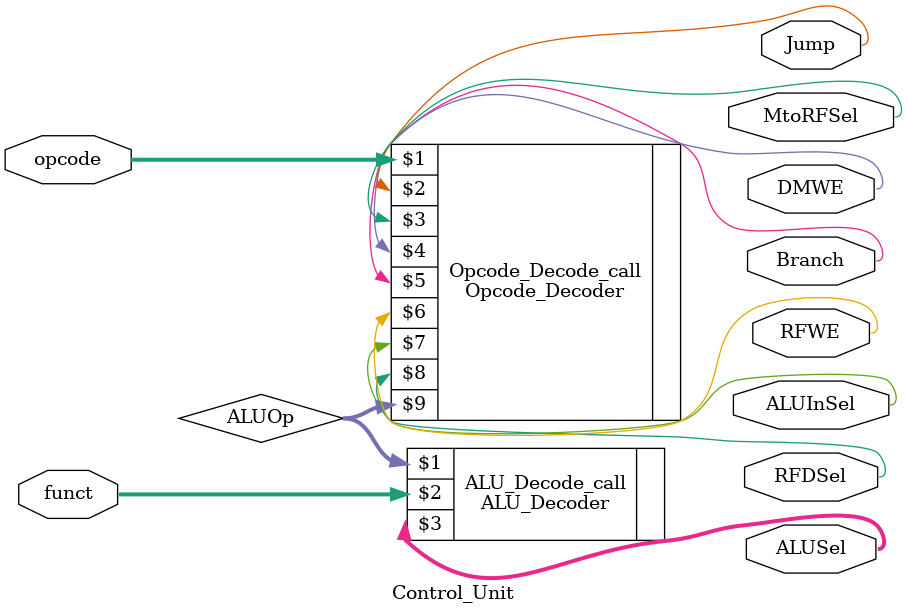
<source format=v>
`timescale 1ns / 1ps


module Control_Unit(input wire [5:0] opcode, funct,
                    output wire Jump, MtoRFSel, DMWE, Branch, RFWE, ALUInSel, RFDSel,  
                    output wire [3:0] ALUSel);
//effectively this will
//1 - Decode opcode, 2 pass to alludecoder, 3 etermine aluop from alu decoder, 4 output all signals.

    //outputs as wire
    wire [1:0] ALUOp;

    //module calls
    Opcode_Decoder Opcode_Decode_call(opcode, Jump, MtoRFSel, DMWE, Branch, RFWE, ALUInSel, RFDSel, ALUOp);
    ALU_Decoder ALU_Decode_call(ALUOp, funct, ALUSel);
endmodule

</source>
